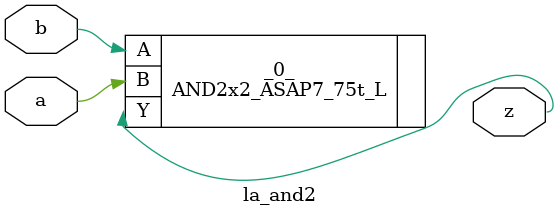
<source format=v>
/* Generated by Yosys 0.37 (git sha1 a5c7f69ed, clang 14.0.0-1ubuntu1.1 -fPIC -Os) */

module la_and2(a, b, z);
  input a;
  wire a;
  input b;
  wire b;
  output z;
  wire z;
  AND2x2_ASAP7_75t_L _0_ (
    .A(b),
    .B(a),
    .Y(z)
  );
endmodule

</source>
